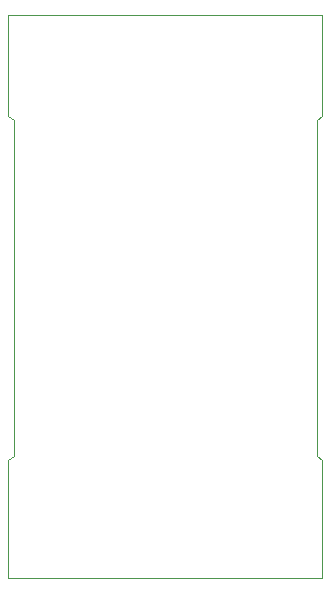
<source format=gbr>
G04 #@! TF.GenerationSoftware,KiCad,Pcbnew,(5.1.5-0)*
G04 #@! TF.CreationDate,2022-09-26T12:07:42-07:00*
G04 #@! TF.ProjectId,wvr_v.1.0,7776725f-762e-4312-9e30-2e6b69636164,rev?*
G04 #@! TF.SameCoordinates,Original*
G04 #@! TF.FileFunction,Profile,NP*
%FSLAX46Y46*%
G04 Gerber Fmt 4.6, Leading zero omitted, Abs format (unit mm)*
G04 Created by KiCad (PCBNEW (5.1.5-0)) date 2022-09-26 12:07:42*
%MOMM*%
%LPD*%
G04 APERTURE LIST*
%ADD10C,0.050000*%
G04 APERTURE END LIST*
D10*
X130200000Y-55200000D02*
X130190000Y-65170000D01*
X130700000Y-54900000D02*
X130200000Y-55200000D01*
X130700000Y-26400000D02*
X130700000Y-54900000D01*
X130200000Y-26100000D02*
X130700000Y-26400000D01*
X130200000Y-17500000D02*
X130200000Y-26100000D01*
X156800000Y-55200000D02*
X156300000Y-54900000D01*
X156800000Y-55200000D02*
X156790000Y-65170000D01*
X156300000Y-26400000D02*
X156300000Y-54900000D01*
X156800000Y-26100000D02*
X156300000Y-26400000D01*
X156800000Y-17500000D02*
X156800000Y-26100000D01*
X156790000Y-65170000D02*
X130190000Y-65170000D01*
X130200000Y-17500000D02*
X156800000Y-17500000D01*
M02*

</source>
